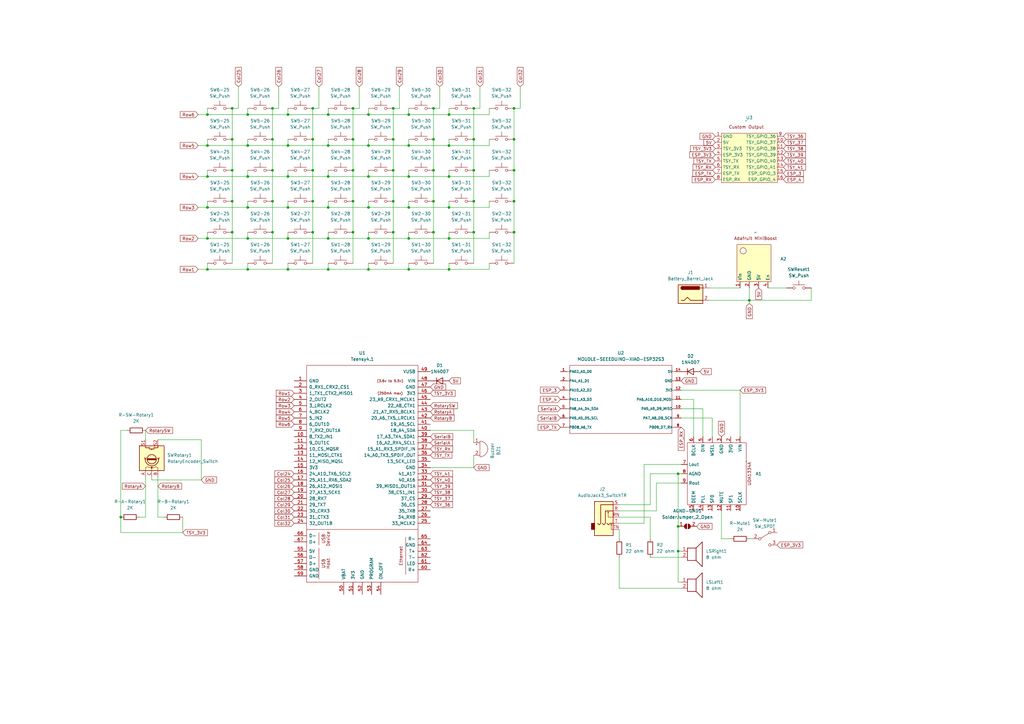
<source format=kicad_sch>
(kicad_sch (version 20230121) (generator eeschema)
  (paper "A3")
  (junction (at 184.15 85.09))
  (junction (at 134.62 85.09))
  (junction (at 85.09 110.49))
  (junction (at 210.82 69.85))
  (junction (at 111.76 95.25))
  (junction (at 128.27 82.55))
  (junction (at 144.78 82.55))
  (junction (at 194.31 44.45))
  (junction (at 161.29 57.15))
  (junction (at 118.11 72.39))
  (junction (at 144.78 44.45))
  (junction (at 177.8 82.55))
  (junction (at 101.6 72.39))
  (junction (at 134.62 46.99))
  (junction (at 151.13 97.79))
  (junction (at 95.25 57.15))
  (junction (at 101.6 97.79))
  (junction (at 95.25 82.55))
  (junction (at 194.31 95.25))
  (junction (at 184.15 97.79))
  (junction (at 278.13 215.9))
  (junction (at 167.64 46.99))
  (junction (at 151.13 59.69))
  (junction (at 161.29 44.45))
  (junction (at 134.62 110.49))
  (junction (at 118.11 59.69))
  (junction (at 184.15 46.99))
  (junction (at 151.13 85.09))
  (junction (at 278.13 226.06))
  (junction (at 161.29 95.25))
  (junction (at 101.6 110.49))
  (junction (at 85.09 59.69))
  (junction (at 134.62 59.69))
  (junction (at 177.8 69.85))
  (junction (at 167.64 97.79))
  (junction (at 167.64 72.39))
  (junction (at 167.64 110.49))
  (junction (at 144.78 69.85))
  (junction (at 118.11 110.49))
  (junction (at 85.09 85.09))
  (junction (at 128.27 69.85))
  (junction (at 128.27 95.25))
  (junction (at 111.76 69.85))
  (junction (at 85.09 46.99))
  (junction (at 151.13 72.39))
  (junction (at 101.6 85.09))
  (junction (at 144.78 57.15))
  (junction (at 118.11 97.79))
  (junction (at 278.13 194.31))
  (junction (at 194.31 57.15))
  (junction (at 177.8 57.15))
  (junction (at 101.6 46.99))
  (junction (at 128.27 57.15))
  (junction (at 307.34 123.19))
  (junction (at 111.76 57.15))
  (junction (at 194.31 69.85))
  (junction (at 194.31 82.55))
  (junction (at 184.15 59.69))
  (junction (at 184.15 110.49))
  (junction (at 167.64 85.09))
  (junction (at 134.62 97.79))
  (junction (at 111.76 82.55))
  (junction (at 151.13 110.49))
  (junction (at 101.6 59.69))
  (junction (at 177.8 44.45))
  (junction (at 111.76 44.45))
  (junction (at 95.25 69.85))
  (junction (at 210.82 57.15))
  (junction (at 184.15 72.39))
  (junction (at 95.25 44.45))
  (junction (at 161.29 82.55))
  (junction (at 177.8 95.25))
  (junction (at 151.13 46.99))
  (junction (at 210.82 95.25))
  (junction (at 161.29 69.85))
  (junction (at 167.64 59.69))
  (junction (at 95.25 95.25))
  (junction (at 49.53 212.09))
  (junction (at 144.78 95.25))
  (junction (at 210.82 44.45))
  (junction (at 134.62 72.39))
  (junction (at 85.09 72.39))
  (junction (at 128.27 44.45))
  (junction (at 118.11 46.99))
  (junction (at 118.11 85.09))
  (junction (at 85.09 97.79))
  (junction (at 210.82 82.55))
  (wire (pts (xy 118.11 110.49) (xy 134.62 110.49)))
  (wire (pts (xy 279.4 226.06) (xy 278.13 226.06)))
  (wire (pts (xy 134.62 69.85) (xy 134.62 72.39)))
  (wire (pts (xy 134.62 57.15) (xy 134.62 59.69)))
  (wire (pts (xy 303.53 160.02) (xy 303.53 179.07)))
  (wire (pts (xy 111.76 69.85) (xy 111.76 82.55)))
  (wire (pts (xy 95.25 44.45) (xy 95.25 57.15)))
  (wire (pts (xy 101.6 69.85) (xy 101.6 72.39)))
  (wire (pts (xy 111.76 44.45) (xy 111.76 57.15)))
  (wire (pts (xy 134.62 97.79) (xy 151.13 97.79)))
  (wire (pts (xy 295.91 220.98) (xy 295.91 209.55)))
  (wire (pts (xy 118.11 44.45) (xy 118.11 46.99)))
  (wire (pts (xy 266.7 228.6) (xy 279.4 228.6)))
  (wire (pts (xy 279.4 167.64) (xy 288.29 167.64)))
  (wire (pts (xy 128.27 69.85) (xy 128.27 82.55)))
  (wire (pts (xy 177.8 44.45) (xy 177.8 57.15)))
  (wire (pts (xy 128.27 44.45) (xy 128.27 57.15)))
  (wire (pts (xy 180.34 44.45) (xy 177.8 44.45)))
  (wire (pts (xy 95.25 95.25) (xy 95.25 107.95)))
  (wire (pts (xy 200.66 72.39) (xy 200.66 69.85)))
  (wire (pts (xy 144.78 69.85) (xy 144.78 82.55)))
  (wire (pts (xy 279.4 160.02) (xy 303.53 160.02)))
  (wire (pts (xy 167.64 82.55) (xy 167.64 85.09)))
  (wire (pts (xy 200.66 59.69) (xy 200.66 57.15)))
  (wire (pts (xy 194.31 69.85) (xy 194.31 82.55)))
  (wire (pts (xy 118.11 57.15) (xy 118.11 59.69)))
  (wire (pts (xy 144.78 44.45) (xy 144.78 57.15)))
  (wire (pts (xy 184.15 57.15) (xy 184.15 59.69)))
  (wire (pts (xy 279.4 194.31) (xy 278.13 194.31)))
  (wire (pts (xy 161.29 57.15) (xy 161.29 69.85)))
  (wire (pts (xy 101.6 107.95) (xy 101.6 110.49)))
  (wire (pts (xy 59.69 176.53) (xy 59.69 180.34)))
  (wire (pts (xy 167.64 72.39) (xy 184.15 72.39)))
  (wire (pts (xy 278.13 215.9) (xy 278.13 194.31)))
  (wire (pts (xy 85.09 95.25) (xy 85.09 97.79)))
  (wire (pts (xy 264.16 190.5) (xy 264.16 214.63)))
  (wire (pts (xy 184.15 97.79) (xy 200.66 97.79)))
  (wire (pts (xy 167.64 85.09) (xy 184.15 85.09)))
  (wire (pts (xy 101.6 110.49) (xy 118.11 110.49)))
  (wire (pts (xy 308.61 220.98) (xy 307.34 220.98)))
  (wire (pts (xy 180.34 35.56) (xy 180.34 44.45)))
  (wire (pts (xy 213.36 35.56) (xy 213.36 44.45)))
  (wire (pts (xy 279.4 171.45) (xy 292.1 171.45)))
  (wire (pts (xy 134.62 44.45) (xy 134.62 46.99)))
  (wire (pts (xy 288.29 167.64) (xy 288.29 179.07)))
  (wire (pts (xy 184.15 85.09) (xy 200.66 85.09)))
  (wire (pts (xy 118.11 95.25) (xy 118.11 97.79)))
  (wire (pts (xy 167.64 110.49) (xy 184.15 110.49)))
  (wire (pts (xy 332.74 118.11) (xy 332.74 123.19)))
  (wire (pts (xy 134.62 85.09) (xy 151.13 85.09)))
  (wire (pts (xy 200.66 85.09) (xy 200.66 82.55)))
  (wire (pts (xy 85.09 59.69) (xy 101.6 59.69)))
  (wire (pts (xy 177.8 57.15) (xy 177.8 69.85)))
  (wire (pts (xy 81.28 85.09) (xy 85.09 85.09)))
  (wire (pts (xy 62.23 196.85) (xy 82.55 196.85)))
  (wire (pts (xy 118.11 59.69) (xy 134.62 59.69)))
  (wire (pts (xy 161.29 69.85) (xy 161.29 82.55)))
  (wire (pts (xy 101.6 59.69) (xy 118.11 59.69)))
  (wire (pts (xy 97.79 44.45) (xy 95.25 44.45)))
  (wire (pts (xy 62.23 195.58) (xy 62.23 196.85)))
  (wire (pts (xy 114.3 44.45) (xy 111.76 44.45)))
  (wire (pts (xy 74.93 212.09) (xy 74.93 218.44)))
  (wire (pts (xy 167.64 107.95) (xy 167.64 110.49)))
  (wire (pts (xy 134.62 82.55) (xy 134.62 85.09)))
  (wire (pts (xy 85.09 72.39) (xy 101.6 72.39)))
  (wire (pts (xy 144.78 95.25) (xy 144.78 107.95)))
  (wire (pts (xy 151.13 44.45) (xy 151.13 46.99)))
  (wire (pts (xy 290.83 118.11) (xy 303.53 118.11)))
  (wire (pts (xy 299.72 220.98) (xy 295.91 220.98)))
  (wire (pts (xy 151.13 107.95) (xy 151.13 110.49)))
  (wire (pts (xy 151.13 95.25) (xy 151.13 97.79)))
  (wire (pts (xy 307.34 124.46) (xy 307.34 123.19)))
  (wire (pts (xy 130.81 35.56) (xy 130.81 44.45)))
  (wire (pts (xy 161.29 82.55) (xy 161.29 95.25)))
  (wire (pts (xy 101.6 57.15) (xy 101.6 59.69)))
  (wire (pts (xy 279.4 190.5) (xy 264.16 190.5)))
  (wire (pts (xy 213.36 44.45) (xy 210.82 44.45)))
  (wire (pts (xy 194.31 57.15) (xy 194.31 69.85)))
  (wire (pts (xy 134.62 110.49) (xy 151.13 110.49)))
  (wire (pts (xy 200.66 110.49) (xy 200.66 107.95)))
  (wire (pts (xy 95.25 82.55) (xy 95.25 95.25)))
  (wire (pts (xy 85.09 46.99) (xy 101.6 46.99)))
  (wire (pts (xy 118.11 107.95) (xy 118.11 110.49)))
  (wire (pts (xy 101.6 46.99) (xy 118.11 46.99)))
  (wire (pts (xy 254 241.3) (xy 279.4 241.3)))
  (wire (pts (xy 269.24 209.55) (xy 254 209.55)))
  (wire (pts (xy 292.1 171.45) (xy 292.1 179.07)))
  (wire (pts (xy 85.09 57.15) (xy 85.09 59.69)))
  (wire (pts (xy 278.13 194.31) (xy 266.7 194.31)))
  (wire (pts (xy 167.64 97.79) (xy 184.15 97.79)))
  (wire (pts (xy 81.28 110.49) (xy 85.09 110.49)))
  (wire (pts (xy 101.6 97.79) (xy 118.11 97.79)))
  (wire (pts (xy 151.13 82.55) (xy 151.13 85.09)))
  (wire (pts (xy 151.13 97.79) (xy 167.64 97.79)))
  (wire (pts (xy 196.85 35.56) (xy 196.85 44.45)))
  (wire (pts (xy 118.11 72.39) (xy 134.62 72.39)))
  (wire (pts (xy 134.62 72.39) (xy 151.13 72.39)))
  (wire (pts (xy 101.6 44.45) (xy 101.6 46.99)))
  (wire (pts (xy 200.66 46.99) (xy 200.66 44.45)))
  (wire (pts (xy 85.09 97.79) (xy 101.6 97.79)))
  (wire (pts (xy 279.4 163.83) (xy 284.48 163.83)))
  (wire (pts (xy 118.11 82.55) (xy 118.11 85.09)))
  (wire (pts (xy 279.4 198.12) (xy 269.24 198.12)))
  (wire (pts (xy 111.76 57.15) (xy 111.76 69.85)))
  (wire (pts (xy 332.74 123.19) (xy 307.34 123.19)))
  (wire (pts (xy 118.11 85.09) (xy 134.62 85.09)))
  (wire (pts (xy 101.6 85.09) (xy 118.11 85.09)))
  (wire (pts (xy 194.31 44.45) (xy 194.31 57.15)))
  (wire (pts (xy 184.15 95.25) (xy 184.15 97.79)))
  (wire (pts (xy 184.15 44.45) (xy 184.15 46.99)))
  (wire (pts (xy 194.31 186.69) (xy 194.31 191.77)))
  (wire (pts (xy 101.6 82.55) (xy 101.6 85.09)))
  (wire (pts (xy 85.09 82.55) (xy 85.09 85.09)))
  (wire (pts (xy 200.66 97.79) (xy 200.66 95.25)))
  (wire (pts (xy 210.82 95.25) (xy 210.82 107.95)))
  (wire (pts (xy 118.11 97.79) (xy 134.62 97.79)))
  (wire (pts (xy 161.29 95.25) (xy 161.29 107.95)))
  (wire (pts (xy 194.31 82.55) (xy 194.31 95.25)))
  (wire (pts (xy 210.82 44.45) (xy 210.82 57.15)))
  (wire (pts (xy 128.27 95.25) (xy 128.27 107.95)))
  (wire (pts (xy 59.69 195.58) (xy 59.69 212.09)))
  (wire (pts (xy 128.27 57.15) (xy 128.27 69.85)))
  (wire (pts (xy 147.32 44.45) (xy 144.78 44.45)))
  (wire (pts (xy 194.31 181.61) (xy 194.31 176.53)))
  (wire (pts (xy 147.32 35.56) (xy 147.32 44.45)))
  (wire (pts (xy 85.09 85.09) (xy 101.6 85.09)))
  (wire (pts (xy 161.29 44.45) (xy 161.29 57.15)))
  (wire (pts (xy 85.09 110.49) (xy 101.6 110.49)))
  (wire (pts (xy 101.6 95.25) (xy 101.6 97.79)))
  (wire (pts (xy 151.13 59.69) (xy 167.64 59.69)))
  (wire (pts (xy 49.53 176.53) (xy 49.53 212.09)))
  (wire (pts (xy 85.09 107.95) (xy 85.09 110.49)))
  (wire (pts (xy 266.7 212.09) (xy 266.7 220.98)))
  (wire (pts (xy 184.15 107.95) (xy 184.15 110.49)))
  (wire (pts (xy 101.6 72.39) (xy 118.11 72.39)))
  (wire (pts (xy 254 228.6) (xy 254 241.3)))
  (wire (pts (xy 95.25 57.15) (xy 95.25 69.85)))
  (wire (pts (xy 134.62 59.69) (xy 151.13 59.69)))
  (wire (pts (xy 194.31 191.77) (xy 176.53 191.77)))
  (wire (pts (xy 167.64 44.45) (xy 167.64 46.99)))
  (wire (pts (xy 134.62 107.95) (xy 134.62 110.49)))
  (wire (pts (xy 269.24 198.12) (xy 269.24 209.55)))
  (wire (pts (xy 151.13 69.85) (xy 151.13 72.39)))
  (wire (pts (xy 85.09 44.45) (xy 85.09 46.99)))
  (wire (pts (xy 130.81 44.45) (xy 128.27 44.45)))
  (wire (pts (xy 52.07 176.53) (xy 49.53 176.53)))
  (wire (pts (xy 81.28 72.39) (xy 85.09 72.39)))
  (wire (pts (xy 151.13 110.49) (xy 167.64 110.49)))
  (wire (pts (xy 254 217.17) (xy 254 220.98)))
  (wire (pts (xy 167.64 59.69) (xy 184.15 59.69)))
  (wire (pts (xy 284.48 163.83) (xy 284.48 179.07)))
  (wire (pts (xy 114.3 35.56) (xy 114.3 44.45)))
  (wire (pts (xy 97.79 35.56) (xy 97.79 44.45)))
  (wire (pts (xy 59.69 212.09) (xy 57.15 212.09)))
  (wire (pts (xy 144.78 57.15) (xy 144.78 69.85)))
  (wire (pts (xy 210.82 82.55) (xy 210.82 95.25)))
  (wire (pts (xy 82.55 180.34) (xy 82.55 196.85)))
  (wire (pts (xy 49.53 218.44) (xy 74.93 218.44)))
  (wire (pts (xy 64.77 180.34) (xy 82.55 180.34)))
  (wire (pts (xy 254 212.09) (xy 266.7 212.09)))
  (wire (pts (xy 184.15 59.69) (xy 200.66 59.69)))
  (wire (pts (xy 210.82 57.15) (xy 210.82 69.85)))
  (wire (pts (xy 184.15 82.55) (xy 184.15 85.09)))
  (wire (pts (xy 290.83 123.19) (xy 307.34 123.19)))
  (wire (pts (xy 278.13 238.76) (xy 278.13 226.06)))
  (wire (pts (xy 184.15 110.49) (xy 200.66 110.49)))
  (wire (pts (xy 118.11 46.99) (xy 134.62 46.99)))
  (wire (pts (xy 81.28 97.79) (xy 85.09 97.79)))
  (wire (pts (xy 278.13 226.06) (xy 278.13 215.9)))
  (wire (pts (xy 85.09 69.85) (xy 85.09 72.39)))
  (wire (pts (xy 177.8 95.25) (xy 177.8 107.95)))
  (wire (pts (xy 151.13 57.15) (xy 151.13 59.69)))
  (wire (pts (xy 314.96 118.11) (xy 322.58 118.11)))
  (wire (pts (xy 184.15 72.39) (xy 200.66 72.39)))
  (wire (pts (xy 128.27 82.55) (xy 128.27 95.25)))
  (wire (pts (xy 196.85 44.45) (xy 194.31 44.45)))
  (wire (pts (xy 307.34 123.19) (xy 307.34 118.11)))
  (wire (pts (xy 184.15 69.85) (xy 184.15 72.39)))
  (wire (pts (xy 264.16 214.63) (xy 254 214.63)))
  (wire (pts (xy 184.15 46.99) (xy 200.66 46.99)))
  (wire (pts (xy 167.64 57.15) (xy 167.64 59.69)))
  (wire (pts (xy 111.76 82.55) (xy 111.76 95.25)))
  (wire (pts (xy 144.78 82.55) (xy 144.78 95.25)))
  (wire (pts (xy 210.82 69.85) (xy 210.82 82.55)))
  (wire (pts (xy 111.76 95.25) (xy 111.76 107.95)))
  (wire (pts (xy 163.83 35.56) (xy 163.83 44.45)))
  (wire (pts (xy 134.62 95.25) (xy 134.62 97.79)))
  (wire (pts (xy 194.31 95.25) (xy 194.31 107.95)))
  (wire (pts (xy 151.13 72.39) (xy 167.64 72.39)))
  (wire (pts (xy 266.7 207.01) (xy 254 207.01)))
  (wire (pts (xy 266.7 194.31) (xy 266.7 207.01)))
  (wire (pts (xy 151.13 85.09) (xy 167.64 85.09)))
  (wire (pts (xy 163.83 44.45) (xy 161.29 44.45)))
  (wire (pts (xy 81.28 46.99) (xy 85.09 46.99)))
  (wire (pts (xy 279.4 238.76) (xy 278.13 238.76)))
  (wire (pts (xy 177.8 69.85) (xy 177.8 82.55)))
  (wire (pts (xy 167.64 69.85) (xy 167.64 72.39)))
  (wire (pts (xy 64.77 195.58) (xy 64.77 212.09)))
  (wire (pts (xy 134.62 46.99) (xy 151.13 46.99)))
  (wire (pts (xy 177.8 82.55) (xy 177.8 95.25)))
  (wire (pts (xy 118.11 69.85) (xy 118.11 72.39)))
  (wire (pts (xy 64.77 212.09) (xy 67.31 212.09)))
  (wire (pts (xy 81.28 59.69) (xy 85.09 59.69)))
  (wire (pts (xy 151.13 46.99) (xy 167.64 46.99)))
  (wire (pts (xy 95.25 69.85) (xy 95.25 82.55)))
  (wire (pts (xy 167.64 95.25) (xy 167.64 97.79)))
  (wire (pts (xy 167.64 46.99) (xy 184.15 46.99)))
  (wire (pts (xy 194.31 176.53) (xy 176.53 176.53)))
  (wire (pts (xy 49.53 212.09) (xy 49.53 218.44)))
  (global_label "RotaryB" (shape input) (at 64.77 199.39 0) (property "Intersheetrefs" "${INTERSHEET_REFS}" (effects hide)))
  (global_label "Col27" (shape input) (at 130.81 35.56 90) (property "Intersheetrefs" "${INTERSHEET_REFS}" (effects hide)))
  (global_label "Row4" (shape input) (at 81.28 72.39 180) (property "Intersheetrefs" "${INTERSHEET_REFS}" (effects hide)))
  (global_label "TSY_TX" (shape input) (at 293.37 66.04 180) (property "Intersheetrefs" "${INTERSHEET_REFS}" (effects hide)))
  (global_label "TSY_3V3" (shape input) (at 74.93 218.44 0) (property "Intersheetrefs" "${INTERSHEET_REFS}" (effects hide)))
  (global_label "RotarySW" (shape input) (at 59.69 176.53 0) (property "Intersheetrefs" "${INTERSHEET_REFS}" (effects hide)))
  (global_label "Col25" (shape input) (at 120.65 196.85 180) (property "Intersheetrefs" "${INTERSHEET_REFS}" (effects hide)))
  (global_label "ESP_TX" (shape input) (at 293.37 71.12 180) (property "Intersheetrefs" "${INTERSHEET_REFS}" (effects hide)))
  (global_label "Col24" (shape input) (at 120.65 194.31 180) (property "Intersheetrefs" "${INTERSHEET_REFS}" (effects hide)))
  (global_label "SerialB" (shape input) (at 229.87 171.45 180) (property "Intersheetrefs" "${INTERSHEET_REFS}" (effects hide)))
  (global_label "Col32" (shape input) (at 213.36 35.56 90) (property "Intersheetrefs" "${INTERSHEET_REFS}" (effects hide)))
  (global_label "GND" (shape input) (at 82.55 196.85 0) (property "Intersheetrefs" "${INTERSHEET_REFS}" (effects hide)))
  (global_label "GND" (shape input) (at 176.53 158.75 0) (property "Intersheetrefs" "${INTERSHEET_REFS}" (effects hide)))
  (global_label "Row1" (shape input) (at 120.65 161.29 180) (property "Intersheetrefs" "${INTERSHEET_REFS}" (effects hide)))
  (global_label "RotaryA" (shape input) (at 59.69 199.39 180) (property "Intersheetrefs" "${INTERSHEET_REFS}" (effects hide)))
  (global_label "TSY_40" (shape input) (at 321.31 66.04 0) (property "Intersheetrefs" "${INTERSHEET_REFS}" (effects hide)))
  (global_label "Col26" (shape input) (at 120.65 199.39 180) (property "Intersheetrefs" "${INTERSHEET_REFS}" (effects hide)))
  (global_label "ESP_4" (shape input) (at 229.87 163.83 180) (property "Intersheetrefs" "${INTERSHEET_REFS}" (effects hide)))
  (global_label "Col31" (shape input) (at 196.85 35.56 90) (property "Intersheetrefs" "${INTERSHEET_REFS}" (effects hide)))
  (global_label "GND" (shape input) (at 293.37 55.88 180) (property "Intersheetrefs" "${INTERSHEET_REFS}" (effects hide)))
  (global_label "Row6" (shape input) (at 81.28 46.99 180) (property "Intersheetrefs" "${INTERSHEET_REFS}" (effects hide)))
  (global_label "TSY_37" (shape input) (at 321.31 58.42 0) (property "Intersheetrefs" "${INTERSHEET_REFS}" (effects hide)))
  (global_label "TSY_38" (shape input) (at 176.53 201.93 0) (property "Intersheetrefs" "${INTERSHEET_REFS}" (effects hide)))
  (global_label "Col32" (shape input) (at 120.65 214.63 180) (property "Intersheetrefs" "${INTERSHEET_REFS}" (effects hide)))
  (global_label "5V" (shape input) (at 184.15 156.21 0) (property "Intersheetrefs" "${INTERSHEET_REFS}" (effects hide)))
  (global_label "GND" (shape input) (at 279.4 156.21 0) (property "Intersheetrefs" "${INTERSHEET_REFS}" (effects hide)))
  (global_label "TSY_38" (shape input) (at 321.31 60.96 0) (property "Intersheetrefs" "${INTERSHEET_REFS}" (effects hide)))
  (global_label "Col31" (shape input) (at 120.65 212.09 180) (property "Intersheetrefs" "${INTERSHEET_REFS}" (effects hide)))
  (global_label "TSY_3V3" (shape input) (at 176.53 161.29 0) (property "Intersheetrefs" "${INTERSHEET_REFS}" (effects hide)))
  (global_label "Col29" (shape input) (at 120.65 207.01 180) (property "Intersheetrefs" "${INTERSHEET_REFS}" (effects hide)))
  (global_label "ESP_TX" (shape input) (at 229.87 175.26 180) (property "Intersheetrefs" "${INTERSHEET_REFS}" (effects hide)))
  (global_label "TSY_3V3" (shape input) (at 293.37 60.96 180) (property "Intersheetrefs" "${INTERSHEET_REFS}" (effects hide)))
  (global_label "GND" (shape input) (at 194.31 191.77 0) (property "Intersheetrefs" "${INTERSHEET_REFS}" (effects hide)))
  (global_label "RotaryA" (shape input) (at 176.53 168.91 0) (property "Intersheetrefs" "${INTERSHEET_REFS}" (effects hide)))
  (global_label "GND" (shape input) (at 307.34 124.46 270) (property "Intersheetrefs" "${INTERSHEET_REFS}" (effects hide)))
  (global_label "ESP_RX" (shape input) (at 279.4 175.26 270) (property "Intersheetrefs" "${INTERSHEET_REFS}" (effects hide)))
  (global_label "Row1" (shape input) (at 81.28 110.49 180) (property "Intersheetrefs" "${INTERSHEET_REFS}" (effects hide)))
  (global_label "ESP_3V3" (shape input) (at 318.77 223.52 0) (property "Intersheetrefs" "${INTERSHEET_REFS}" (effects hide)))
  (global_label "TSY_TX" (shape input) (at 176.53 186.69 0) (property "Intersheetrefs" "${INTERSHEET_REFS}" (effects hide)))
  (global_label "TSY_41" (shape input) (at 321.31 68.58 0) (property "Intersheetrefs" "${INTERSHEET_REFS}" (effects hide)))
  (global_label "Row3" (shape input) (at 120.65 166.37 180) (property "Intersheetrefs" "${INTERSHEET_REFS}" (effects hide)))
  (global_label "TSY_39" (shape input) (at 321.31 63.5 0) (property "Intersheetrefs" "${INTERSHEET_REFS}" (effects hide)))
  (global_label "TSY_36" (shape input) (at 321.31 55.88 0) (property "Intersheetrefs" "${INTERSHEET_REFS}" (effects hide)))
  (global_label "TSY_37" (shape input) (at 176.53 204.47 0) (property "Intersheetrefs" "${INTERSHEET_REFS}" (effects hide)))
  (global_label "TSY_40" (shape input) (at 176.53 196.85 0) (property "Intersheetrefs" "${INTERSHEET_REFS}" (effects hide)))
  (global_label "Row5" (shape input) (at 120.65 171.45 180) (property "Intersheetrefs" "${INTERSHEET_REFS}" (effects hide)))
  (global_label "TSY_RX" (shape input) (at 293.37 68.58 180) (property "Intersheetrefs" "${INTERSHEET_REFS}" (effects hide)))
  (global_label "Row3" (shape input) (at 81.28 85.09 180) (property "Intersheetrefs" "${INTERSHEET_REFS}" (effects hide)))
  (global_label "5V" (shape input) (at 293.37 58.42 180) (property "Intersheetrefs" "${INTERSHEET_REFS}" (effects hide)))
  (global_label "SerialA" (shape input) (at 176.53 181.61 0) (property "Intersheetrefs" "${INTERSHEET_REFS}" (effects hide)))
  (global_label "GND" (shape input) (at 295.91 179.07 90) (property "Intersheetrefs" "${INTERSHEET_REFS}" (effects hide)))
  (global_label "Col30" (shape input) (at 180.34 35.56 90) (property "Intersheetrefs" "${INTERSHEET_REFS}" (effects hide)))
  (global_label "Col26" (shape input) (at 114.3 35.56 90) (property "Intersheetrefs" "${INTERSHEET_REFS}" (effects hide)))
  (global_label "ESP_3" (shape input) (at 321.31 71.12 0) (property "Intersheetrefs" "${INTERSHEET_REFS}" (effects hide)))
  (global_label "ESP_3V3" (shape input) (at 303.53 160.02 0) (property "Intersheetrefs" "${INTERSHEET_REFS}" (effects hide)))
  (global_label "Row5" (shape input) (at 81.28 59.69 180) (property "Intersheetrefs" "${INTERSHEET_REFS}" (effects hide)))
  (global_label "ESP_3" (shape input) (at 229.87 160.02 180) (property "Intersheetrefs" "${INTERSHEET_REFS}" (effects hide)))
  (global_label "ESP_RX" (shape input) (at 293.37 73.66 180) (property "Intersheetrefs" "${INTERSHEET_REFS}" (effects hide)))
  (global_label "Col28" (shape input) (at 120.65 204.47 180) (property "Intersheetrefs" "${INTERSHEET_REFS}" (effects hide)))
  (global_label "5V" (shape input) (at 311.15 118.11 270) (property "Intersheetrefs" "${INTERSHEET_REFS}" (effects hide)))
  (global_label "TSY_36" (shape input) (at 176.53 207.01 0) (property "Intersheetrefs" "${INTERSHEET_REFS}" (effects hide)))
  (global_label "5V" (shape input) (at 287.02 152.4 0) (property "Intersheetrefs" "${INTERSHEET_REFS}" (effects hide)))
  (global_label "Col29" (shape input) (at 163.83 35.56 90) (property "Intersheetrefs" "${INTERSHEET_REFS}" (effects hide)))
  (global_label "ESP_4" (shape input) (at 321.31 73.66 0) (property "Intersheetrefs" "${INTERSHEET_REFS}" (effects hide)))
  (global_label "Row2" (shape input) (at 120.65 163.83 180) (property "Intersheetrefs" "${INTERSHEET_REFS}" (effects hide)))
  (global_label "RotaryB" (shape input) (at 176.53 171.45 0) (property "Intersheetrefs" "${INTERSHEET_REFS}" (effects hide)))
  (global_label "Col30" (shape input) (at 120.65 209.55 180) (property "Intersheetrefs" "${INTERSHEET_REFS}" (effects hide)))
  (global_label "SerialB" (shape input) (at 176.53 179.07 0) (property "Intersheetrefs" "${INTERSHEET_REFS}" (effects hide)))
  (global_label "Row6" (shape input) (at 120.65 173.99 180) (property "Intersheetrefs" "${INTERSHEET_REFS}" (effects hide)))
  (global_label "GND" (shape input) (at 285.75 215.9 0) (property "Intersheetrefs" "${INTERSHEET_REFS}" (effects hide)))
  (global_label "Col27" (shape input) (at 120.65 201.93 180) (property "Intersheetrefs" "${INTERSHEET_REFS}" (effects hide)))
  (global_label "Col28" (shape input) (at 147.32 35.56 90) (property "Intersheetrefs" "${INTERSHEET_REFS}" (effects hide)))
  (global_label "TSY_RX" (shape input) (at 176.53 184.15 0) (property "Intersheetrefs" "${INTERSHEET_REFS}" (effects hide)))
  (global_label "TSY_41" (shape input) (at 176.53 194.31 0) (property "Intersheetrefs" "${INTERSHEET_REFS}" (effects hide)))
  (global_label "Col25" (shape input) (at 97.79 35.56 90) (property "Intersheetrefs" "${INTERSHEET_REFS}" (effects hide)))
  (global_label "Row2" (shape input) (at 81.28 97.79 180) (property "Intersheetrefs" "${INTERSHEET_REFS}" (effects hide)))
  (global_label "ESP_3V3" (shape input) (at 293.37 63.5 180) (property "Intersheetrefs" "${INTERSHEET_REFS}" (effects hide)))
  (global_label "Row4" (shape input) (at 120.65 168.91 180) (property "Intersheetrefs" "${INTERSHEET_REFS}" (effects hide)))
  (global_label "SerialA" (shape input) (at 229.87 167.64 180) (property "Intersheetrefs" "${INTERSHEET_REFS}" (effects hide)))
  (global_label "TSY_39" (shape input) (at 176.53 199.39 0) (property "Intersheetrefs" "${INTERSHEET_REFS}" (effects hide)))
  (global_label "RotarySW" (shape input) (at 176.53 166.37 0) (property "Intersheetrefs" "${INTERSHEET_REFS}" (effects hide)))
  (symbol (lib_id "Switch:SW_Push") (at 139.7 69.85 0) (unit 1)
    (property "Reference" "SW4-28" (at 139.7 62.23 0))
    (property "Value" "SW_Push" (at 139.7 64.77 0))
    (property "Footprint" "Button_Switch_THT:SW_PUSH_6mm_H9.5mm" (effects hide))
  )
  (symbol (lib_id "Switch:SW_Push") (at 123.19 107.95 0) (unit 1)
    (property "Reference" "SW1-27" (at 123.19 100.33 0))
    (property "Value" "SW_Push" (at 123.19 102.87 0))
    (property "Footprint" "Button_Switch_THT:SW_PUSH_6mm_H9.5mm" (effects hide))
  )
  (symbol (lib_id "Switch:SW_Push") (at 189.23 57.15 0) (unit 1)
    (property "Reference" "SW5-31" (at 189.23 49.53 0))
    (property "Value" "SW_Push" (at 189.23 52.07 0))
    (property "Footprint" "Button_Switch_THT:SW_PUSH_6mm_H9.5mm" (effects hide))
  )
  (symbol (lib_id "Switch:SW_SPDT") (at 313.69 220.98 0) (unit 1)
    (property "Reference" "SW-Mute1" (at 313.69 213.36 0))
    (property "Value" "SW_SPDT" (at 313.69 215.9 0))
    (property "Footprint" "Button_Switch_THT:SW_Slide_1P2T_CK_OS102011MS2Q" (effects hide))
  )
  (symbol (lib_id "Switch:SW_Push") (at 106.68 57.15 0) (unit 1)
    (property "Reference" "SW5-26" (at 106.68 49.53 0))
    (property "Value" "SW_Push" (at 106.68 52.07 0))
    (property "Footprint" "Button_Switch_THT:SW_PUSH_6mm_H9.5mm" (effects hide))
  )
  (symbol (lib_id "Switch:SW_Push") (at 189.23 95.25 0) (unit 1)
    (property "Reference" "SW2-31" (at 189.23 87.63 0))
    (property "Value" "SW_Push" (at 189.23 90.17 0))
    (property "Footprint" "Button_Switch_THT:SW_PUSH_6mm_H9.5mm" (effects hide))
  )
  (symbol (lib_id "Special:Custom_Output") (at 306.07 49.53 0) (unit 1)
    (property "Reference" "U3" (at 307.34 48.26 0))
    (property "Value" "~" (at 306.07 49.53 0))
    (property "Footprint" "Special:Custom Output" (effects hide))
  )
  (symbol (lib_id "Switch:SW_Push") (at 106.68 69.85 0) (unit 1)
    (property "Reference" "SW4-26" (at 106.68 62.23 0))
    (property "Value" "SW_Push" (at 106.68 64.77 0))
    (property "Footprint" "Button_Switch_THT:SW_PUSH_6mm_H9.5mm" (effects hide))
  )
  (symbol (lib_id "Switch:SW_Push") (at 90.17 82.55 0) (unit 1)
    (property "Reference" "SW3-25" (at 90.17 74.93 0))
    (property "Value" "SW_Push" (at 90.17 77.47 0))
    (property "Footprint" "Button_Switch_THT:SW_PUSH_6mm_H9.5mm" (effects hide))
  )
  (symbol (lib_id "Device:R") (at 71.12 212.09 90) (unit 1)
    (property "Reference" "R-B-Rotary1" (at 71.12 205.74 90))
    (property "Value" "2K" (at 71.12 208.28 90))
    (property "Footprint" "Resistor_THT:R_Axial_DIN0207_L6.3mm_D2.5mm_P10.16mm_Horizontal" (effects hide))
  )
  (symbol (lib_id "Switch:SW_Push") (at 123.19 95.25 0) (unit 1)
    (property "Reference" "SW2-27" (at 123.19 87.63 0))
    (property "Value" "SW_Push" (at 123.19 90.17 0))
    (property "Footprint" "Button_Switch_THT:SW_PUSH_6mm_H9.5mm" (effects hide))
  )
  (symbol (lib_id "Device:R") (at 55.88 176.53 90) (unit 1)
    (property "Reference" "R-SW-Rotary1" (at 55.88 170.18 90))
    (property "Value" "2K" (at 55.88 172.72 90))
    (property "Footprint" "Resistor_THT:R_Axial_DIN0207_L6.3mm_D2.5mm_P10.16mm_Horizontal" (effects hide))
  )
  (symbol (lib_id "Switch:SW_Push") (at 172.72 107.95 0) (unit 1)
    (property "Reference" "SW1-30" (at 172.72 100.33 0))
    (property "Value" "SW_Push" (at 172.72 102.87 0))
    (property "Footprint" "Button_Switch_THT:SW_PUSH_6mm_H9.5mm" (effects hide))
  )
  (symbol (lib_id "Switch:SW_Push") (at 189.23 69.85 0) (unit 1)
    (property "Reference" "SW4-31" (at 189.23 62.23 0))
    (property "Value" "SW_Push" (at 189.23 64.77 0))
    (property "Footprint" "Button_Switch_THT:SW_PUSH_6mm_H9.5mm" (effects hide))
  )
  (symbol (lib_id "Switch:SW_Push") (at 139.7 95.25 0) (unit 1)
    (property "Reference" "SW2-28" (at 139.7 87.63 0))
    (property "Value" "SW_Push" (at 139.7 90.17 0))
    (property "Footprint" "Button_Switch_THT:SW_PUSH_6mm_H9.5mm" (effects hide))
  )
  (symbol (lib_id "Switch:SW_Push") (at 156.21 82.55 0) (unit 1)
    (property "Reference" "SW3-29" (at 156.21 74.93 0))
    (property "Value" "SW_Push" (at 156.21 77.47 0))
    (property "Footprint" "Button_Switch_THT:SW_PUSH_6mm_H9.5mm" (effects hide))
  )
  (symbol (lib_id "Switch:SW_Push") (at 189.23 44.45 0) (unit 1)
    (property "Reference" "SW6-31" (at 189.23 36.83 0))
    (property "Value" "SW_Push" (at 189.23 39.37 0))
    (property "Footprint" "Button_Switch_THT:SW_PUSH_6mm_H9.5mm" (effects hide))
  )
  (symbol (lib_id "Special:Adafruit_MiniBoost_5V_@_1A_-_TPS61023") (at 309.88 95.25 0) (unit 1)
    (property "Reference" "A2" (at 320.04 106.1692 0) (effects (justify left)))
    (property "Value" "~" (at 309.88 95.25 0))
    (property "Footprint" "Special:Adafruit MiniBost" (effects hide))
  )
  (symbol (lib_id "Device:Buzzer") (at 196.85 184.15 0) (unit 1)
    (property "Reference" "BZ1" (at 204.47 182.88 90) (effects (justify right)))
    (property "Value" "Buzzer" (at 201.93 181.61 90) (effects (justify right)))
    (property "Footprint" "Buzzer_Beeper:Buzzer_12x9.5RM7.6" (effects hide))
  )
  (symbol (lib_id "Switch:SW_Push") (at 90.17 95.25 0) (unit 1)
    (property "Reference" "SW2-25" (at 90.17 87.63 0))
    (property "Value" "SW_Push" (at 90.17 90.17 0))
    (property "Footprint" "Button_Switch_THT:SW_PUSH_6mm_H9.5mm" (effects hide))
  )
  (symbol (lib_id "Switch:SW_Push") (at 90.17 107.95 0) (unit 1)
    (property "Reference" "SW1-25" (at 90.17 100.33 0))
    (property "Value" "SW_Push" (at 90.17 102.87 0))
    (property "Footprint" "Button_Switch_THT:SW_PUSH_6mm_H9.5mm" (effects hide))
  )
  (symbol (lib_id "Switch:SW_Push") (at 123.19 44.45 0) (unit 1)
    (property "Reference" "SW6-27" (at 123.19 36.83 0))
    (property "Value" "SW_Push" (at 123.19 39.37 0))
    (property "Footprint" "Button_Switch_THT:SW_PUSH_6mm_H9.5mm" (effects hide))
  )
  (symbol (lib_id "Jumper:SolderJumper_2_Open") (at 281.94 215.9 0) (unit 1)
    (property "Reference" "AGND-GND1" (at 281.94 209.55 0))
    (property "Value" "SolderJumper_2_Open" (at 281.94 212.09 0))
    (property "Footprint" "Jumper:SolderJumper-2_P1.3mm_Open_TrianglePad1.0x1.5mm" (effects hide))
  )
  (symbol (lib_id "Device:Speaker") (at 284.48 238.76 0) (unit 1)
    (property "Reference" "LSLeft1" (at 289.56 238.76 0) (effects (justify left)))
    (property "Value" "8 ohm" (at 289.56 241.3 0) (effects (justify left)))
    (property "Footprint" "Special:Speaker Hole" (effects hide))
  )
  (symbol (lib_id "Switch:SW_Push") (at 205.74 44.45 0) (unit 1)
    (property "Reference" "SW6-32" (at 205.74 36.83 0))
    (property "Value" "SW_Push" (at 205.74 39.37 0))
    (property "Footprint" "Button_Switch_THT:SW_PUSH_6mm_H9.5mm" (effects hide))
  )
  (symbol (lib_id "Connector_Audio:AudioJack3_SwitchTR") (at 248.92 209.55 0) (unit 1)
    (property "Reference" "J2" (at 247.015 200.66 0))
    (property "Value" "AudioJack3_SwitchTR" (at 247.015 203.2 0))
    (property "Footprint" "Connector_Audio:Jack_3.5mm_CUI_SJ1-3524N_Horizontal" (effects hide))
  )
  (symbol (lib_id "Switch:SW_Push") (at 172.72 57.15 0) (unit 1)
    (property "Reference" "SW5-30" (at 172.72 49.53 0))
    (property "Value" "SW_Push" (at 172.72 52.07 0))
    (property "Footprint" "Button_Switch_THT:SW_PUSH_6mm_H9.5mm" (effects hide))
  )
  (symbol (lib_id "Switch:SW_Push") (at 156.21 95.25 0) (unit 1)
    (property "Reference" "SW2-29" (at 156.21 87.63 0))
    (property "Value" "SW_Push" (at 156.21 90.17 0))
    (property "Footprint" "Button_Switch_THT:SW_PUSH_6mm_H9.5mm" (effects hide))
  )
  (symbol (lib_id "Device:Speaker") (at 284.48 226.06 0) (unit 1)
    (property "Reference" "LSRight1" (at 289.56 226.06 0) (effects (justify left)))
    (property "Value" "8 ohm" (at 289.56 228.6 0) (effects (justify left)))
    (property "Footprint" "Special:Speaker Hole" (effects hide))
  )
  (symbol (lib_id "Switch:SW_Push") (at 156.21 44.45 0) (unit 1)
    (property "Reference" "SW6-29" (at 156.21 36.83 0))
    (property "Value" "SW_Push" (at 156.21 39.37 0))
    (property "Footprint" "Button_Switch_THT:SW_PUSH_6mm_H9.5mm" (effects hide))
  )
  (symbol (lib_id "teensy:Teensy4.1") (at 148.59 210.82 0) (unit 1)
    (property "Reference" "U1" (at 148.59 144.78 0))
    (property "Value" "Teensy4.1" (at 148.59 147.32 0))
    (property "Footprint" "teensy:Teensy41" (effects hide))
  )
  (symbol (lib_id "Switch:SW_Push") (at 205.74 107.95 0) (unit 1)
    (property "Reference" "SW1-32" (at 205.74 100.33 0))
    (property "Value" "SW_Push" (at 205.74 102.87 0))
    (property "Footprint" "Button_Switch_THT:SW_PUSH_6mm_H9.5mm" (effects hide))
  )
  (symbol (lib_id "Switch:SW_Push") (at 106.68 107.95 0) (unit 1)
    (property "Reference" "SW1-26" (at 106.68 100.33 0))
    (property "Value" "SW_Push" (at 106.68 102.87 0))
    (property "Footprint" "Button_Switch_THT:SW_PUSH_6mm_H9.5mm" (effects hide))
  )
  (symbol (lib_id "Switch:SW_Push") (at 156.21 69.85 0) (unit 1)
    (property "Reference" "SW4-29" (at 156.21 62.23 0))
    (property "Value" "SW_Push" (at 156.21 64.77 0))
    (property "Footprint" "Button_Switch_THT:SW_PUSH_6mm_H9.5mm" (effects hide))
  )
  (symbol (lib_id "Switch:SW_Push") (at 139.7 57.15 0) (unit 1)
    (property "Reference" "SW5-28" (at 139.7 49.53 0))
    (property "Value" "SW_Push" (at 139.7 52.07 0))
    (property "Footprint" "Button_Switch_THT:SW_PUSH_6mm_H9.5mm" (effects hide))
  )
  (symbol (lib_id "Switch:SW_Push") (at 90.17 57.15 0) (unit 1)
    (property "Reference" "SW5-25" (at 90.17 49.53 0))
    (property "Value" "SW_Push" (at 90.17 52.07 0))
    (property "Footprint" "Button_Switch_THT:SW_PUSH_6mm_H9.5mm" (effects hide))
  )
  (symbol (lib_id "MOUDLE-SEEEDUINO-XIAO-ESP32S3:MOUDLE-SEEEDUINO-XIAO-ESP32S3") (at 255.27 163.83 0) (unit 1)
    (property "Reference" "U2" (at 254.635 144.78 0))
    (property "Value" "MOUDLE-SEEEDUINO-XIAO-ESP32S3" (at 254.635 147.32 0))
    (property "Footprint" "XIAO:MOUDLE14P-SMD-2.54-21X17.8MM" (effects hide))
  )
  (symbol (lib_id "Switch:SW_Push") (at 123.19 69.85 0) (unit 1)
    (property "Reference" "SW4-27" (at 123.19 62.23 0))
    (property "Value" "SW_Push" (at 123.19 64.77 0))
    (property "Footprint" "Button_Switch_THT:SW_PUSH_6mm_H9.5mm" (effects hide))
  )
  (symbol (lib_id "Switch:SW_Push") (at 172.72 95.25 0) (unit 1)
    (property "Reference" "SW2-30" (at 172.72 87.63 0))
    (property "Value" "SW_Push" (at 172.72 90.17 0))
    (property "Footprint" "Button_Switch_THT:SW_PUSH_6mm_H9.5mm" (effects hide))
  )
  (symbol (lib_id "Diode:1N4007") (at 283.21 152.4 0) (unit 1)
    (property "Reference" "D2" (at 283.21 146.05 0))
    (property "Value" "1N4007" (at 283.21 148.59 0))
    (property "Footprint" "Diode_THT:D_DO-41_SOD81_P10.16mm_Horizontal" (effects hide))
    (property "Datasheet" "http://www.vishay.com/docs/88503/1n4001.pdf" (effects hide))
    (property "Sim.Device" "D" (effects hide))
    (property "Sim.Pins" "1=K 2=A" (effects hide))
  )
  (symbol (lib_id "Switch:SW_Push") (at 106.68 95.25 0) (unit 1)
    (property "Reference" "SW2-26" (at 106.68 87.63 0))
    (property "Value" "SW_Push" (at 106.68 90.17 0))
    (property "Footprint" "Button_Switch_THT:SW_PUSH_6mm_H9.5mm" (effects hide))
  )
  (symbol (lib_id "Device:R") (at 53.34 212.09 90) (unit 1)
    (property "Reference" "R-A-Rotary1" (at 53.34 205.74 90))
    (property "Value" "2K" (at 53.34 208.28 90))
    (property "Footprint" "Resistor_THT:R_Axial_DIN0207_L6.3mm_D2.5mm_P10.16mm_Horizontal" (effects hide))
  )
  (symbol (lib_id "Switch:SW_Push") (at 172.72 69.85 0) (unit 1)
    (property "Reference" "SW4-30" (at 172.72 62.23 0))
    (property "Value" "SW_Push" (at 172.72 64.77 0))
    (property "Footprint" "Button_Switch_THT:SW_PUSH_6mm_H9.5mm" (effects hide))
  )
  (symbol (lib_id "Device:R") (at 266.7 224.79 0) (unit 1)
    (property "Reference" "R2" (at 269.24 223.52 0) (effects (justify left)))
    (property "Value" "22 ohm" (at 269.24 226.06 0) (effects (justify left)))
    (property "Footprint" "Resistor_THT:R_Axial_DIN0617_L17.0mm_D6.0mm_P25.40mm_Horizontal" (effects hide))
  )
  (symbol (lib_id "Switch:SW_Push") (at 172.72 44.45 0) (unit 1)
    (property "Reference" "SW6-30" (at 172.72 36.83 0))
    (property "Value" "SW_Push" (at 172.72 39.37 0))
    (property "Footprint" "Button_Switch_THT:SW_PUSH_6mm_H9.5mm" (effects hide))
  )
  (symbol (lib_id "Special:Adafruit_I2S_Stereo_Decoder_-_UDA1334A") (at 309.88 194.31 270) (unit 1)
    (property "Reference" "A1" (at 309.88 194.31 90) (effects (justify left)))
    (property "Value" "~" (at 306.07 189.23 0))
    (property "Footprint" "Special:Adafruit UDA1334A I2S Stereo DAC" (effects hide))
  )
  (symbol (lib_id "Switch:SW_Push") (at 205.74 82.55 0) (unit 1)
    (property "Reference" "SW3-32" (at 205.74 74.93 0))
    (property "Value" "SW_Push" (at 205.74 77.47 0))
    (property "Footprint" "Button_Switch_THT:SW_PUSH_6mm_H9.5mm" (effects hide))
  )
  (symbol (lib_id "Switch:SW_Push") (at 156.21 57.15 0) (unit 1)
    (property "Reference" "SW5-29" (at 156.21 49.53 0))
    (property "Value" "SW_Push" (at 156.21 52.07 0))
    (property "Footprint" "Button_Switch_THT:SW_PUSH_6mm_H9.5mm" (effects hide))
  )
  (symbol (lib_id "Switch:SW_Push") (at 123.19 82.55 0) (unit 1)
    (property "Reference" "SW3-27" (at 123.19 74.93 0))
    (property "Value" "SW_Push" (at 123.19 77.47 0))
    (property "Footprint" "Button_Switch_THT:SW_PUSH_6mm_H9.5mm" (effects hide))
  )
  (symbol (lib_id "Switch:SW_Push") (at 172.72 82.55 0) (unit 1)
    (property "Reference" "SW3-30" (at 172.72 74.93 0))
    (property "Value" "SW_Push" (at 172.72 77.47 0))
    (property "Footprint" "Button_Switch_THT:SW_PUSH_6mm_H9.5mm" (effects hide))
  )
  (symbol (lib_id "Switch:SW_Push") (at 205.74 95.25 0) (unit 1)
    (property "Reference" "SW2-32" (at 205.74 87.63 0))
    (property "Value" "SW_Push" (at 205.74 90.17 0))
    (property "Footprint" "Button_Switch_THT:SW_PUSH_6mm_H9.5mm" (effects hide))
  )
  (symbol (lib_id "Connector:Barrel_Jack") (at 283.21 120.65 0) (unit 1)
    (property "Reference" "J1" (at 283.21 111.76 0))
    (property "Value" "Battery_Barrel_Jack" (at 283.21 114.3 0))
    (property "Footprint" "Connector_BarrelJack:BarrelJack_CUI_PJ-102AH_Horizontal" (effects hide))
  )
  (symbol (lib_id "Switch:SW_Push") (at 139.7 44.45 0) (unit 1)
    (property "Reference" "SW6-28" (at 139.7 36.83 0))
    (property "Value" "SW_Push" (at 139.7 39.37 0))
    (property "Footprint" "Button_Switch_THT:SW_PUSH_6mm_H9.5mm" (effects hide))
  )
  (symbol (lib_id "Switch:SW_Push") (at 189.23 82.55 0) (unit 1)
    (property "Reference" "SW3-31" (at 189.23 74.93 0))
    (property "Value" "SW_Push" (at 189.23 77.47 0))
    (property "Footprint" "Button_Switch_THT:SW_PUSH_6mm_H9.5mm" (effects hide))
  )
  (symbol (lib_id "Device:RotaryEncoder_Switch") (at 62.23 187.96 90) (unit 1)
    (property "Reference" "SWRotary1" (at 68.58 186.69 90) (effects (justify right)))
    (property "Value" "RotaryEncoder_Switch" (at 68.58 189.23 90) (effects (justify right)))
    (property "Footprint" "sparkfun:SF-ROTARY-ENCODER" (effects hide))
  )
  (symbol (lib_id "Switch:SW_Push") (at 106.68 44.45 0) (unit 1)
    (property "Reference" "SW6-26" (at 106.68 36.83 0))
    (property "Value" "SW_Push" (at 106.68 39.37 0))
    (property "Footprint" "Button_Switch_THT:SW_PUSH_6mm_H9.5mm" (effects hide))
  )
  (symbol (lib_id "Switch:SW_Push") (at 327.66 118.11 0) (unit 1)
    (property "Reference" "SWReset1" (at 327.66 110.49 0))
    (property "Value" "SW_Push" (at 327.66 113.03 0))
    (property "Footprint" "Button_Switch_THT:SW_PUSH_6mm_H9.5mm" (effects hide))
  )
  (symbol (lib_id "Switch:SW_Push") (at 189.23 107.95 0) (unit 1)
    (property "Reference" "SW1-31" (at 189.23 100.33 0))
    (property "Value" "SW_Push" (at 189.23 102.87 0))
    (property "Footprint" "Button_Switch_THT:SW_PUSH_6mm_H9.5mm" (effects hide))
  )
  (symbol (lib_id "Switch:SW_Push") (at 156.21 107.95 0) (unit 1)
    (property "Reference" "SW1-29" (at 156.21 100.33 0))
    (property "Value" "SW_Push" (at 156.21 102.87 0))
    (property "Footprint" "Button_Switch_THT:SW_PUSH_6mm_H9.5mm" (effects hide))
  )
  (symbol (lib_id "Switch:SW_Push") (at 106.68 82.55 0) (unit 1)
    (property "Reference" "SW3-26" (at 106.68 74.93 0))
    (property "Value" "SW_Push" (at 106.68 77.47 0))
    (property "Footprint" "Button_Switch_THT:SW_PUSH_6mm_H9.5mm" (effects hide))
  )
  (symbol (lib_id "Switch:SW_Push") (at 90.17 69.85 0) (unit 1)
    (property "Reference" "SW4-25" (at 90.17 62.23 0))
    (property "Value" "SW_Push" (at 90.17 64.77 0))
    (property "Footprint" "Button_Switch_THT:SW_PUSH_6mm_H9.5mm" (effects hide))
  )
  (symbol (lib_id "Switch:SW_Push") (at 205.74 69.85 0) (unit 1)
    (property "Reference" "SW4-32" (at 205.74 62.23 0))
    (property "Value" "SW_Push" (at 205.74 64.77 0))
    (property "Footprint" "Button_Switch_THT:SW_PUSH_6mm_H9.5mm" (effects hide))
  )
  (symbol (lib_id "Switch:SW_Push") (at 90.17 44.45 0) (unit 1)
    (property "Reference" "SW6-25" (at 90.17 36.83 0))
    (property "Value" "SW_Push" (at 90.17 39.37 0))
    (property "Footprint" "Button_Switch_THT:SW_PUSH_6mm_H9.5mm" (effects hide))
  )
  (symbol (lib_id "Device:R") (at 254 224.79 180) (unit 1)
    (property "Reference" "R1" (at 256.54 223.52 0) (effects (justify right)))
    (property "Value" "22 ohm" (at 256.54 226.06 0) (effects (justify right)))
    (property "Footprint" "Resistor_THT:R_Axial_DIN0617_L17.0mm_D6.0mm_P25.40mm_Horizontal" (effects hide))
  )
  (symbol (lib_id "Diode:1N4007") (at 180.34 156.21 0) (unit 1)
    (property "Reference" "D1" (at 180.34 149.86 0))
    (property "Value" "1N4007" (at 180.34 152.4 0))
    (property "Footprint" "Diode_THT:D_DO-41_SOD81_P10.16mm_Horizontal" (effects hide))
    (property "Datasheet" "http://www.vishay.com/docs/88503/1n4001.pdf" (effects hide))
    (property "Sim.Device" "D" (effects hide))
    (property "Sim.Pins" "1=K 2=A" (effects hide))
  )
  (symbol (lib_id "Switch:SW_Push") (at 205.74 57.15 0) (unit 1)
    (property "Reference" "SW5-32" (at 205.74 49.53 0))
    (property "Value" "SW_Push" (at 205.74 52.07 0))
    (property "Footprint" "Button_Switch_THT:SW_PUSH_6mm_H9.5mm" (effects hide))
  )
  (symbol (lib_id "Switch:SW_Push") (at 139.7 82.55 0) (unit 1)
    (property "Reference" "SW3-28" (at 139.7 74.93 0))
    (property "Value" "SW_Push" (at 139.7 77.47 0))
    (property "Footprint" "Button_Switch_THT:SW_PUSH_6mm_H9.5mm" (effects hide))
  )
  (symbol (lib_id "Switch:SW_Push") (at 123.19 57.15 0) (unit 1)
    (property "Reference" "SW5-27" (at 123.19 49.53 0))
    (property "Value" "SW_Push" (at 123.19 52.07 0))
    (property "Footprint" "Button_Switch_THT:SW_PUSH_6mm_H9.5mm" (effects hide))
  )
  (symbol (lib_id "Switch:SW_Push") (at 139.7 107.95 0) (unit 1)
    (property "Reference" "SW1-28" (at 139.7 100.33 0))
    (property "Value" "SW_Push" (at 139.7 102.87 0))
    (property "Footprint" "Button_Switch_THT:SW_PUSH_6mm_H9.5mm" (effects hide))
  )
  (symbol (lib_id "Device:R") (at 303.53 220.98 90) (unit 1)
    (property "Reference" "R-Mute1" (at 303.53 214.63 90))
    (property "Value" "2K" (at 303.53 217.17 90))
    (property "Footprint" "Resistor_THT:R_Axial_DIN0207_L6.3mm_D2.5mm_P10.16mm_Horizontal" (effects hide))
  )
)
</source>
